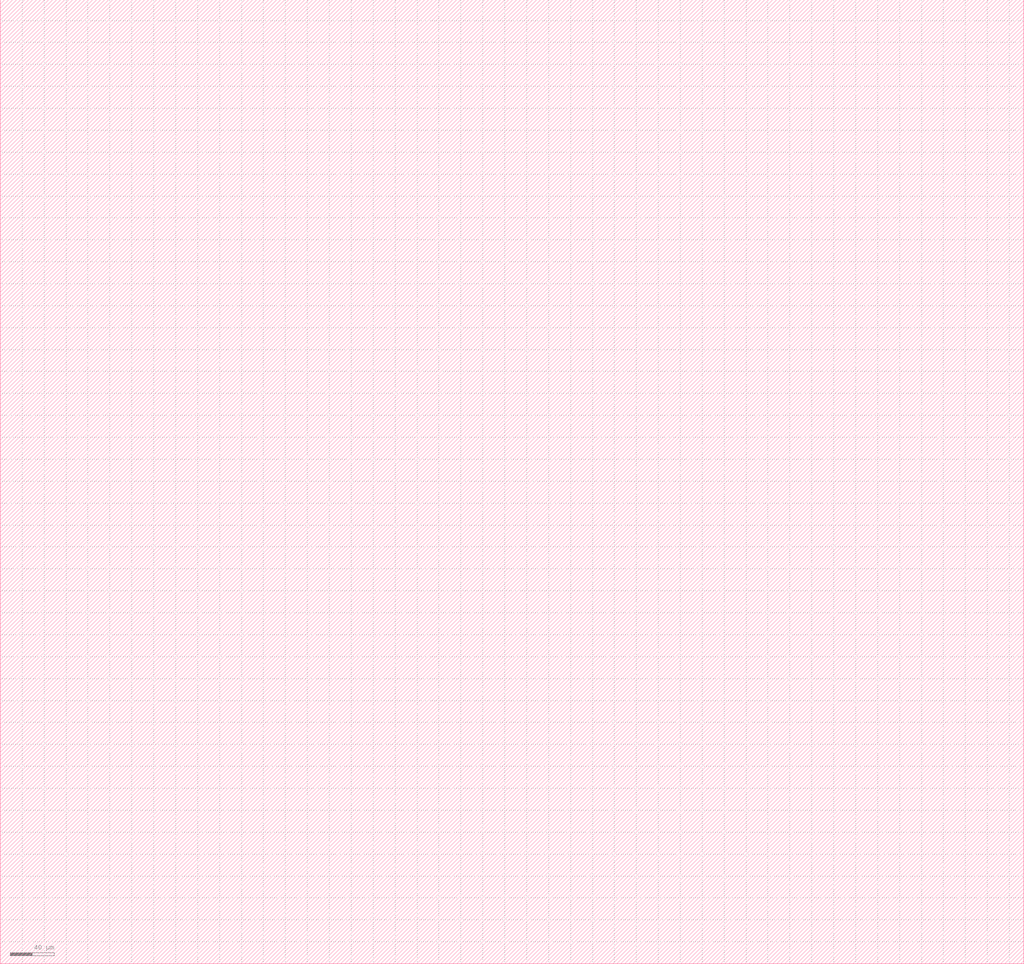
<source format=lef>
MACRO block_414x2007_358
   SIZE 157.32 BY 381.33 ;
END block_414x2007_358

MACRO block_341x369_76
   SIZE 129.58 BY 70.11 ;
END block_341x369_76

MACRO block_737x1845_682
   SIZE 280.06 BY 350.55 ;
END block_737x1845_682

MACRO block_644x666_92
   SIZE 244.72 BY 126.54 ;
END block_644x666_92

MACRO block_321x315_66
   SIZE 121.98 BY 59.85 ;
END block_321x315_66

MACRO block_779x1431_153
   SIZE 296.02 BY 271.89 ;
END block_779x1431_153

MACRO block_546x675_104
   SIZE 207.48 BY 128.25 ;
END block_546x675_104

MACRO block_533x1044_173
   SIZE 202.54 BY 198.36 ;
END block_533x1044_173

MACRO block_341x369_70
   SIZE 129.58 BY 70.11 ;
END block_341x369_70

MACRO block_779x2502_158
   SIZE 296.02 BY 475.38 ;
END block_779x2502_158

MACRO block_341x369_80
   SIZE 129.58 BY 70.11 ;
END block_341x369_80

MACRO block_1024x2502_161
   SIZE 389.12 BY 475.38 ;
END block_1024x2502_161

MACRO block_341x369_82
   SIZE 129.58 BY 70.11 ;
END block_341x369_82

MACRO block_414x1746_310
   SIZE 157.32 BY 331.74 ;
END block_414x1746_310

MACRO block_341x369_75
   SIZE 129.58 BY 70.11 ;
END block_341x369_75

MACRO block_533x1125_87
   SIZE 202.54 BY 213.75 ;
END block_533x1125_87

MACRO block_341x369_74
   SIZE 129.58 BY 70.11 ;
END block_341x369_74

MACRO block_126x648_46
   SIZE 47.88 BY 123.12 ;
END block_126x648_46

MACRO block_535x945_130
   SIZE 203.3 BY 179.55 ;
END block_535x945_130

MACRO block_546x675_105
   SIZE 207.48 BY 128.25 ;
END block_546x675_105

MACRO block_197x171_33
   SIZE 74.86 BY 32.49 ;
END block_197x171_33

MACRO block_2456x4626_834
   SIZE 933.28 BY 878.94 ;
END block_2456x4626_834

MACRO block_416x441_112
   SIZE 158.08 BY 83.79 ;
END block_416x441_112

MACRO block_126x351_27
   SIZE 47.88 BY 66.69 ;
END block_126x351_27

MACRO block_533x1539_269
   SIZE 202.54 BY 292.41 ;
END block_533x1539_269

MACRO block_671x801_111
   SIZE 254.98 BY 152.19 ;
END block_671x801_111

MACRO block_197x180_33
   SIZE 74.86 BY 34.2 ;
END block_197x180_33

MACRO block_1338x2160_145
   SIZE 508.44 BY 410.4 ;
END block_1338x2160_145

MACRO block_533x1125_122
   SIZE 202.54 BY 213.75 ;
END block_533x1125_122

MACRO block_1829x2160_148
   SIZE 695.02 BY 410.4 ;
END block_1829x2160_148

MACRO block_341x369_84
   SIZE 129.58 BY 70.11 ;
END block_341x369_84

MACRO block_779x1467_106
   SIZE 296.02 BY 278.73 ;
END block_779x1467_106

MACRO block_1829x2502_263
   SIZE 695.02 BY 475.38 ;
END block_1829x2502_263

MACRO block_1338x1773_192
   SIZE 508.44 BY 336.87 ;
END block_1338x1773_192

MACRO block_546x684_100
   SIZE 207.48 BY 129.96 ;
END block_546x684_100

MACRO block_737x1152_453
   SIZE 280.06 BY 218.88 ;
END block_737x1152_453

MACRO block_644x666_91
   SIZE 244.72 BY 126.54 ;
END block_644x666_91

MACRO block_321x324_66
   SIZE 121.98 BY 61.56 ;
END block_321x324_66

MACRO block_315x1863_130
   SIZE 119.7 BY 353.97 ;
END block_315x1863_130

MACRO block_96x2070_138
   SIZE 36.48 BY 393.3 ;
END block_96x2070_138

MACRO block_737x3078_1192
   SIZE 280.06 BY 584.82 ;
END block_737x3078_1192

MACRO block_644x675_93
   SIZE 244.72 BY 128.25 ;
END block_644x675_93

MACRO block_321x324_65
   SIZE 121.98 BY 61.56 ;
END block_321x324_65

MACRO block_779x1557_110
   SIZE 296.02 BY 295.83 ;
END block_779x1557_110

MACRO block_315x558_44
   SIZE 119.7 BY 106.02 ;
END block_315x558_44

MACRO block_414x3978_702
   SIZE 157.32 BY 755.82 ;
END block_414x3978_702

MACRO block_416x441_104
   SIZE 158.08 BY 83.79 ;
END block_416x441_104

MACRO block_414x3969_702
   SIZE 157.32 BY 754.11 ;
 END block_414x3969_702

MACRO block_737x819_279
   SIZE 280.06 BY 155.61 ;
END block_737x819_279

MACRO block_1100x1557_168
   SIZE 418.0 BY 295.83 ;
END block_1100x1557_168

MACRO block_341x369_78
   SIZE 129.58 BY 70.11 ;
END block_341x369_78

MACRO block_315x981_72
   SIZE 119.7 BY 186.39 ;
END block_315x981_72

MACRO block_535x756_102
   SIZE 203.3 BY 143.64 ;
END block_535x756_102

MACRO block_197x180_32
   SIZE 74.86 BY 34.2 ;
END block_197x180_32

MACRO block_533x4428_789
   SIZE 202.54 BY 841.32 ;
END block_533x4428_789

MACRO block_533x4428_789f
   SIZE 202.54 BY 841.32 ;
END block_533x4428_789f

MACRO block_416x450_106
   SIZE 158.08 BY 85.5 ;
END block_416x450_106

MACRO block_416x441_106
   SIZE 158.08 BY 83.79 ;
END block_416x441_106

MACRO block_315x2106_146
   SIZE 119.7 BY 400.14 ;
END block_315x2106_146

MACRO block_73x72_14
   SIZE 27.74 BY 13.68 ;
END block_73x72_14

MACRO block_73x72_15
   SIZE 27.74 BY 13.68 ;
END block_73x72_15

END LIBRARY

</source>
